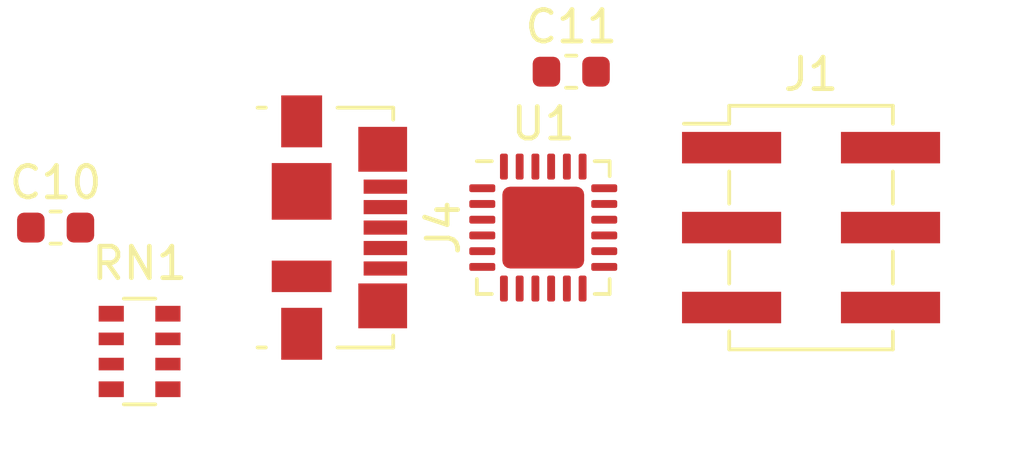
<source format=kicad_pcb>
(kicad_pcb (version 20171130) (host pcbnew 5.1.5-52549c5~84~ubuntu16.04.1)

  (general
    (thickness 1.6)
    (drawings 0)
    (tracks 0)
    (zones 0)
    (modules 6)
    (nets 24)
  )

  (page A4)
  (layers
    (0 F.Cu signal)
    (31 B.Cu signal)
    (32 B.Adhes user)
    (33 F.Adhes user)
    (34 B.Paste user)
    (35 F.Paste user)
    (36 B.SilkS user)
    (37 F.SilkS user)
    (38 B.Mask user)
    (39 F.Mask user)
    (40 Dwgs.User user)
    (41 Cmts.User user)
    (42 Eco1.User user)
    (43 Eco2.User user)
    (44 Edge.Cuts user)
    (45 Margin user)
    (46 B.CrtYd user)
    (47 F.CrtYd user)
    (48 B.Fab user)
    (49 F.Fab user)
  )

  (setup
    (last_trace_width 0.25)
    (trace_clearance 0.2)
    (zone_clearance 0.508)
    (zone_45_only no)
    (trace_min 0.2)
    (via_size 0.8)
    (via_drill 0.4)
    (via_min_size 0.4)
    (via_min_drill 0.3)
    (uvia_size 0.3)
    (uvia_drill 0.1)
    (uvias_allowed no)
    (uvia_min_size 0.2)
    (uvia_min_drill 0.1)
    (edge_width 0.1)
    (segment_width 0.2)
    (pcb_text_width 0.3)
    (pcb_text_size 1.5 1.5)
    (mod_edge_width 0.15)
    (mod_text_size 1 1)
    (mod_text_width 0.15)
    (pad_size 1.524 1.524)
    (pad_drill 0.762)
    (pad_to_mask_clearance 0)
    (aux_axis_origin 0 0)
    (visible_elements FFFFFF5F)
    (pcbplotparams
      (layerselection 0x010fc_ffffffff)
      (usegerberextensions false)
      (usegerberattributes false)
      (usegerberadvancedattributes false)
      (creategerberjobfile false)
      (excludeedgelayer true)
      (linewidth 0.010000)
      (plotframeref false)
      (viasonmask false)
      (mode 1)
      (useauxorigin false)
      (hpglpennumber 1)
      (hpglpenspeed 20)
      (hpglpendiameter 15.000000)
      (psnegative false)
      (psa4output false)
      (plotreference true)
      (plotvalue true)
      (plotinvisibletext false)
      (padsonsilk false)
      (subtractmaskfromsilk false)
      (outputformat 1)
      (mirror false)
      (drillshape 1)
      (scaleselection 1)
      (outputdirectory ""))
  )

  (net 0 "")
  (net 1 GND)
  (net 2 VBUS)
  (net 3 +3V3)
  (net 4 /RDY)
  (net 5 /~LDAC)
  (net 6 /SCL)
  (net 7 /SDA)
  (net 8 "Net-(J4-Pad4)")
  (net 9 /D+)
  (net 10 /D-)
  (net 11 "Net-(U1-Pad23)")
  (net 12 "Net-(U1-Pad22)")
  (net 13 "Net-(U1-Pad19)")
  (net 14 "Net-(U1-Pad18)")
  (net 15 "Net-(U1-Pad17)")
  (net 16 "Net-(U1-Pad16)")
  (net 17 "Net-(U1-Pad15)")
  (net 18 "Net-(U1-Pad14)")
  (net 19 "Net-(U1-Pad13)")
  (net 20 "Net-(U1-Pad12)")
  (net 21 "Net-(U1-Pad11)")
  (net 22 "Net-(U1-Pad10)")
  (net 23 "Net-(U1-Pad9)")

  (net_class Default "This is the default net class."
    (clearance 0.2)
    (trace_width 0.25)
    (via_dia 0.8)
    (via_drill 0.4)
    (uvia_dia 0.3)
    (uvia_drill 0.1)
    (add_net +3V3)
    (add_net /D+)
    (add_net /D-)
    (add_net /RDY)
    (add_net /SCL)
    (add_net /SDA)
    (add_net /~LDAC)
    (add_net GND)
    (add_net "Net-(J4-Pad4)")
    (add_net "Net-(U1-Pad10)")
    (add_net "Net-(U1-Pad11)")
    (add_net "Net-(U1-Pad12)")
    (add_net "Net-(U1-Pad13)")
    (add_net "Net-(U1-Pad14)")
    (add_net "Net-(U1-Pad15)")
    (add_net "Net-(U1-Pad16)")
    (add_net "Net-(U1-Pad17)")
    (add_net "Net-(U1-Pad18)")
    (add_net "Net-(U1-Pad19)")
    (add_net "Net-(U1-Pad22)")
    (add_net "Net-(U1-Pad23)")
    (add_net "Net-(U1-Pad9)")
    (add_net VBUS)
  )

  (module Resistor_SMD:R_Array_Convex_4x0603 (layer F.Cu) (tedit 58E0A8B2) (tstamp 5E16D1A7)
    (at 149.225 93.853)
    (descr "Chip Resistor Network, ROHM MNR14 (see mnr_g.pdf)")
    (tags "resistor array")
    (path /5E1745F0)
    (attr smd)
    (fp_text reference RN1 (at 0 -2.8) (layer F.SilkS)
      (effects (font (size 1 1) (thickness 0.15)))
    )
    (fp_text value 1k (at 0 2.8) (layer F.Fab)
      (effects (font (size 1 1) (thickness 0.15)))
    )
    (fp_line (start 1.55 1.85) (end -1.55 1.85) (layer F.CrtYd) (width 0.05))
    (fp_line (start 1.55 1.85) (end 1.55 -1.85) (layer F.CrtYd) (width 0.05))
    (fp_line (start -1.55 -1.85) (end -1.55 1.85) (layer F.CrtYd) (width 0.05))
    (fp_line (start -1.55 -1.85) (end 1.55 -1.85) (layer F.CrtYd) (width 0.05))
    (fp_line (start 0.5 -1.68) (end -0.5 -1.68) (layer F.SilkS) (width 0.12))
    (fp_line (start 0.5 1.68) (end -0.5 1.68) (layer F.SilkS) (width 0.12))
    (fp_line (start -0.8 1.6) (end -0.8 -1.6) (layer F.Fab) (width 0.1))
    (fp_line (start 0.8 1.6) (end -0.8 1.6) (layer F.Fab) (width 0.1))
    (fp_line (start 0.8 -1.6) (end 0.8 1.6) (layer F.Fab) (width 0.1))
    (fp_line (start -0.8 -1.6) (end 0.8 -1.6) (layer F.Fab) (width 0.1))
    (fp_text user %R (at 0 0 90) (layer F.Fab)
      (effects (font (size 0.5 0.5) (thickness 0.075)))
    )
    (pad 5 smd rect (at 0.9 1.2) (size 0.8 0.5) (layers F.Cu F.Paste F.Mask)
      (net 3 +3V3))
    (pad 6 smd rect (at 0.9 0.4) (size 0.8 0.4) (layers F.Cu F.Paste F.Mask)
      (net 3 +3V3))
    (pad 8 smd rect (at 0.9 -1.2) (size 0.8 0.5) (layers F.Cu F.Paste F.Mask)
      (net 3 +3V3))
    (pad 7 smd rect (at 0.9 -0.4) (size 0.8 0.4) (layers F.Cu F.Paste F.Mask)
      (net 3 +3V3))
    (pad 4 smd rect (at -0.9 1.2) (size 0.8 0.5) (layers F.Cu F.Paste F.Mask)
      (net 6 /SCL))
    (pad 2 smd rect (at -0.9 -0.4) (size 0.8 0.4) (layers F.Cu F.Paste F.Mask)
      (net 5 /~LDAC))
    (pad 3 smd rect (at -0.9 0.4) (size 0.8 0.4) (layers F.Cu F.Paste F.Mask)
      (net 7 /SDA))
    (pad 1 smd rect (at -0.9 -1.2) (size 0.8 0.5) (layers F.Cu F.Paste F.Mask)
      (net 4 /RDY))
    (model ${KISYS3DMOD}/Resistor_SMD.3dshapes/R_Array_Convex_4x0603.wrl
      (at (xyz 0 0 0))
      (scale (xyz 1 1 1))
      (rotate (xyz 0 0 0))
    )
  )

  (module Package_DFN_QFN:QFN-24-1EP_4x4mm_P0.5mm_EP2.6x2.6mm (layer F.Cu) (tedit 5C1FD453) (tstamp 5E16C9B3)
    (at 162.052 89.916)
    (descr "QFN, 24 Pin (http://ww1.microchip.com/downloads/en/PackagingSpec/00000049BQ.pdf#page=278), generated with kicad-footprint-generator ipc_dfn_qfn_generator.py")
    (tags "QFN DFN_QFN")
    (path /5E32E927)
    (attr smd)
    (fp_text reference U1 (at 0 -3.3) (layer F.SilkS)
      (effects (font (size 1 1) (thickness 0.15)))
    )
    (fp_text value CP2112 (at 0 3.3) (layer F.Fab)
      (effects (font (size 1 1) (thickness 0.15)))
    )
    (fp_text user %R (at 0 0) (layer F.Fab)
      (effects (font (size 1 1) (thickness 0.15)))
    )
    (fp_line (start 2.6 -2.6) (end -2.6 -2.6) (layer F.CrtYd) (width 0.05))
    (fp_line (start 2.6 2.6) (end 2.6 -2.6) (layer F.CrtYd) (width 0.05))
    (fp_line (start -2.6 2.6) (end 2.6 2.6) (layer F.CrtYd) (width 0.05))
    (fp_line (start -2.6 -2.6) (end -2.6 2.6) (layer F.CrtYd) (width 0.05))
    (fp_line (start -2 -1) (end -1 -2) (layer F.Fab) (width 0.1))
    (fp_line (start -2 2) (end -2 -1) (layer F.Fab) (width 0.1))
    (fp_line (start 2 2) (end -2 2) (layer F.Fab) (width 0.1))
    (fp_line (start 2 -2) (end 2 2) (layer F.Fab) (width 0.1))
    (fp_line (start -1 -2) (end 2 -2) (layer F.Fab) (width 0.1))
    (fp_line (start -1.635 -2.11) (end -2.11 -2.11) (layer F.SilkS) (width 0.12))
    (fp_line (start 2.11 2.11) (end 2.11 1.635) (layer F.SilkS) (width 0.12))
    (fp_line (start 1.635 2.11) (end 2.11 2.11) (layer F.SilkS) (width 0.12))
    (fp_line (start -2.11 2.11) (end -2.11 1.635) (layer F.SilkS) (width 0.12))
    (fp_line (start -1.635 2.11) (end -2.11 2.11) (layer F.SilkS) (width 0.12))
    (fp_line (start 2.11 -2.11) (end 2.11 -1.635) (layer F.SilkS) (width 0.12))
    (fp_line (start 1.635 -2.11) (end 2.11 -2.11) (layer F.SilkS) (width 0.12))
    (pad 24 smd roundrect (at -1.25 -1.9375) (size 0.25 0.825) (layers F.Cu F.Paste F.Mask) (roundrect_rratio 0.25)
      (net 6 /SCL))
    (pad 23 smd roundrect (at -0.75 -1.9375) (size 0.25 0.825) (layers F.Cu F.Paste F.Mask) (roundrect_rratio 0.25)
      (net 11 "Net-(U1-Pad23)"))
    (pad 22 smd roundrect (at -0.25 -1.9375) (size 0.25 0.825) (layers F.Cu F.Paste F.Mask) (roundrect_rratio 0.25)
      (net 12 "Net-(U1-Pad22)"))
    (pad 21 smd roundrect (at 0.25 -1.9375) (size 0.25 0.825) (layers F.Cu F.Paste F.Mask) (roundrect_rratio 0.25)
      (net 5 /~LDAC))
    (pad 20 smd roundrect (at 0.75 -1.9375) (size 0.25 0.825) (layers F.Cu F.Paste F.Mask) (roundrect_rratio 0.25)
      (net 4 /RDY))
    (pad 19 smd roundrect (at 1.25 -1.9375) (size 0.25 0.825) (layers F.Cu F.Paste F.Mask) (roundrect_rratio 0.25)
      (net 13 "Net-(U1-Pad19)"))
    (pad 18 smd roundrect (at 1.9375 -1.25) (size 0.825 0.25) (layers F.Cu F.Paste F.Mask) (roundrect_rratio 0.25)
      (net 14 "Net-(U1-Pad18)"))
    (pad 17 smd roundrect (at 1.9375 -0.75) (size 0.825 0.25) (layers F.Cu F.Paste F.Mask) (roundrect_rratio 0.25)
      (net 15 "Net-(U1-Pad17)"))
    (pad 16 smd roundrect (at 1.9375 -0.25) (size 0.825 0.25) (layers F.Cu F.Paste F.Mask) (roundrect_rratio 0.25)
      (net 16 "Net-(U1-Pad16)"))
    (pad 15 smd roundrect (at 1.9375 0.25) (size 0.825 0.25) (layers F.Cu F.Paste F.Mask) (roundrect_rratio 0.25)
      (net 17 "Net-(U1-Pad15)"))
    (pad 14 smd roundrect (at 1.9375 0.75) (size 0.825 0.25) (layers F.Cu F.Paste F.Mask) (roundrect_rratio 0.25)
      (net 18 "Net-(U1-Pad14)"))
    (pad 13 smd roundrect (at 1.9375 1.25) (size 0.825 0.25) (layers F.Cu F.Paste F.Mask) (roundrect_rratio 0.25)
      (net 19 "Net-(U1-Pad13)"))
    (pad 12 smd roundrect (at 1.25 1.9375) (size 0.25 0.825) (layers F.Cu F.Paste F.Mask) (roundrect_rratio 0.25)
      (net 20 "Net-(U1-Pad12)"))
    (pad 11 smd roundrect (at 0.75 1.9375) (size 0.25 0.825) (layers F.Cu F.Paste F.Mask) (roundrect_rratio 0.25)
      (net 21 "Net-(U1-Pad11)"))
    (pad 10 smd roundrect (at 0.25 1.9375) (size 0.25 0.825) (layers F.Cu F.Paste F.Mask) (roundrect_rratio 0.25)
      (net 22 "Net-(U1-Pad10)"))
    (pad 9 smd roundrect (at -0.25 1.9375) (size 0.25 0.825) (layers F.Cu F.Paste F.Mask) (roundrect_rratio 0.25)
      (net 23 "Net-(U1-Pad9)"))
    (pad 8 smd roundrect (at -0.75 1.9375) (size 0.25 0.825) (layers F.Cu F.Paste F.Mask) (roundrect_rratio 0.25)
      (net 2 VBUS))
    (pad 7 smd roundrect (at -1.25 1.9375) (size 0.25 0.825) (layers F.Cu F.Paste F.Mask) (roundrect_rratio 0.25)
      (net 2 VBUS))
    (pad 6 smd roundrect (at -1.9375 1.25) (size 0.825 0.25) (layers F.Cu F.Paste F.Mask) (roundrect_rratio 0.25)
      (net 3 +3V3))
    (pad 5 smd roundrect (at -1.9375 0.75) (size 0.825 0.25) (layers F.Cu F.Paste F.Mask) (roundrect_rratio 0.25)
      (net 3 +3V3))
    (pad 4 smd roundrect (at -1.9375 0.25) (size 0.825 0.25) (layers F.Cu F.Paste F.Mask) (roundrect_rratio 0.25)
      (net 10 /D-))
    (pad 3 smd roundrect (at -1.9375 -0.25) (size 0.825 0.25) (layers F.Cu F.Paste F.Mask) (roundrect_rratio 0.25)
      (net 9 /D+))
    (pad 2 smd roundrect (at -1.9375 -0.75) (size 0.825 0.25) (layers F.Cu F.Paste F.Mask) (roundrect_rratio 0.25)
      (net 1 GND))
    (pad 1 smd roundrect (at -1.9375 -1.25) (size 0.825 0.25) (layers F.Cu F.Paste F.Mask) (roundrect_rratio 0.25)
      (net 7 /SDA))
    (pad "" smd roundrect (at 0.65 0.65) (size 1.05 1.05) (layers F.Paste) (roundrect_rratio 0.238095))
    (pad "" smd roundrect (at 0.65 -0.65) (size 1.05 1.05) (layers F.Paste) (roundrect_rratio 0.238095))
    (pad "" smd roundrect (at -0.65 0.65) (size 1.05 1.05) (layers F.Paste) (roundrect_rratio 0.238095))
    (pad "" smd roundrect (at -0.65 -0.65) (size 1.05 1.05) (layers F.Paste) (roundrect_rratio 0.238095))
    (pad 25 smd roundrect (at 0 0) (size 2.6 2.6) (layers F.Cu F.Mask) (roundrect_rratio 0.096154)
      (net 1 GND))
    (model ${KISYS3DMOD}/Package_DFN_QFN.3dshapes/QFN-24-1EP_4x4mm_P0.5mm_EP2.6x2.6mm.wrl
      (at (xyz 0 0 0))
      (scale (xyz 1 1 1))
      (rotate (xyz 0 0 0))
    )
  )

  (module Connector_USB:USB_Micro-B_Molex_47346-0001 (layer F.Cu) (tedit 5D8620A7) (tstamp 5E16C113)
    (at 155.575 89.916 270)
    (descr "Micro USB B receptable with flange, bottom-mount, SMD, right-angle (http://www.molex.com/pdm_docs/sd/473460001_sd.pdf)")
    (tags "Micro B USB SMD")
    (path /5E33615E)
    (attr smd)
    (fp_text reference J4 (at 0 -3.3 270) (layer F.SilkS)
      (effects (font (size 1 1) (thickness 0.15)))
    )
    (fp_text value USB_B_Micro (at 0 4.6 270) (layer F.Fab)
      (effects (font (size 1 1) (thickness 0.15)))
    )
    (fp_line (start -3.25 2.65) (end 3.25 2.65) (layer F.Fab) (width 0.1))
    (fp_line (start -3.81 2.6) (end -3.81 2.34) (layer F.SilkS) (width 0.12))
    (fp_line (start -3.81 0.06) (end -3.81 -1.71) (layer F.SilkS) (width 0.12))
    (fp_line (start -3.81 -1.71) (end -3.43 -1.71) (layer F.SilkS) (width 0.12))
    (fp_line (start 3.81 -1.71) (end 3.81 0.06) (layer F.SilkS) (width 0.12))
    (fp_line (start 3.81 2.34) (end 3.81 2.6) (layer F.SilkS) (width 0.12))
    (fp_line (start -3.75 3.35) (end -3.75 -1.65) (layer F.Fab) (width 0.1))
    (fp_line (start -3.75 -1.65) (end 3.75 -1.65) (layer F.Fab) (width 0.1))
    (fp_line (start 3.75 -1.65) (end 3.75 3.35) (layer F.Fab) (width 0.1))
    (fp_line (start 3.75 3.35) (end -3.75 3.35) (layer F.Fab) (width 0.1))
    (fp_line (start -4.7 3.85) (end -4.7 -2.65) (layer F.CrtYd) (width 0.05))
    (fp_line (start -4.7 -2.65) (end 4.7 -2.65) (layer F.CrtYd) (width 0.05))
    (fp_line (start 4.7 -2.65) (end 4.7 3.85) (layer F.CrtYd) (width 0.05))
    (fp_line (start 4.7 3.85) (end -4.7 3.85) (layer F.CrtYd) (width 0.05))
    (fp_line (start 3.81 -1.71) (end 3.43 -1.71) (layer F.SilkS) (width 0.12))
    (fp_text user %R (at 0 1.2 90) (layer F.Fab)
      (effects (font (size 1 1) (thickness 0.15)))
    )
    (fp_text user "PCB Edge" (at 0 2.67 270) (layer Dwgs.User)
      (effects (font (size 0.4 0.4) (thickness 0.04)))
    )
    (pad 6 smd rect (at 1.55 1.2 270) (size 1 1.9) (layers F.Cu F.Paste F.Mask)
      (net 1 GND))
    (pad 6 smd rect (at -1.15 1.2 270) (size 1.8 1.9) (layers F.Cu F.Paste F.Mask)
      (net 1 GND))
    (pad 6 smd rect (at 3.375 1.2 270) (size 1.65 1.3) (layers F.Cu F.Paste F.Mask)
      (net 1 GND))
    (pad 6 smd rect (at -3.375 1.2 270) (size 1.65 1.3) (layers F.Cu F.Paste F.Mask)
      (net 1 GND))
    (pad 6 smd rect (at 2.4875 -1.375 270) (size 1.425 1.55) (layers F.Cu F.Paste F.Mask)
      (net 1 GND))
    (pad 6 smd rect (at -2.4875 -1.375 270) (size 1.425 1.55) (layers F.Cu F.Paste F.Mask)
      (net 1 GND))
    (pad 5 smd rect (at 1.3 -1.46 270) (size 0.45 1.38) (layers F.Cu F.Paste F.Mask)
      (net 1 GND))
    (pad 4 smd rect (at 0.65 -1.46 270) (size 0.45 1.38) (layers F.Cu F.Paste F.Mask)
      (net 8 "Net-(J4-Pad4)"))
    (pad 3 smd rect (at 0 -1.46 270) (size 0.45 1.38) (layers F.Cu F.Paste F.Mask)
      (net 9 /D+))
    (pad 2 smd rect (at -0.65 -1.46 270) (size 0.45 1.38) (layers F.Cu F.Paste F.Mask)
      (net 10 /D-))
    (pad 1 smd rect (at -1.3 -1.46 270) (size 0.45 1.38) (layers F.Cu F.Paste F.Mask)
      (net 2 VBUS))
    (model ${KISYS3DMOD}/Connector_USB.3dshapes/USB_Micro-B_Molex_47346-0001.wrl
      (at (xyz 0 0 0))
      (scale (xyz 1 1 1))
      (rotate (xyz 0 0 0))
    )
  )

  (module Connector_PinHeader_2.54mm:PinHeader_2x03_P2.54mm_Vertical_SMD (layer F.Cu) (tedit 59FED5CC) (tstamp 5E16C2FB)
    (at 170.561 89.916)
    (descr "surface-mounted straight pin header, 2x03, 2.54mm pitch, double rows")
    (tags "Surface mounted pin header SMD 2x03 2.54mm double row")
    (path /5E168970)
    (attr smd)
    (fp_text reference J1 (at 0 -4.87) (layer F.SilkS)
      (effects (font (size 1 1) (thickness 0.15)))
    )
    (fp_text value Conn_01x06_Male (at 0 4.87) (layer F.Fab)
      (effects (font (size 1 1) (thickness 0.15)))
    )
    (fp_text user %R (at 0 0 90) (layer F.Fab)
      (effects (font (size 1 1) (thickness 0.15)))
    )
    (fp_line (start 5.9 -4.35) (end -5.9 -4.35) (layer F.CrtYd) (width 0.05))
    (fp_line (start 5.9 4.35) (end 5.9 -4.35) (layer F.CrtYd) (width 0.05))
    (fp_line (start -5.9 4.35) (end 5.9 4.35) (layer F.CrtYd) (width 0.05))
    (fp_line (start -5.9 -4.35) (end -5.9 4.35) (layer F.CrtYd) (width 0.05))
    (fp_line (start 2.6 0.76) (end 2.6 1.78) (layer F.SilkS) (width 0.12))
    (fp_line (start -2.6 0.76) (end -2.6 1.78) (layer F.SilkS) (width 0.12))
    (fp_line (start 2.6 -1.78) (end 2.6 -0.76) (layer F.SilkS) (width 0.12))
    (fp_line (start -2.6 -1.78) (end -2.6 -0.76) (layer F.SilkS) (width 0.12))
    (fp_line (start 2.6 3.3) (end 2.6 3.87) (layer F.SilkS) (width 0.12))
    (fp_line (start -2.6 3.3) (end -2.6 3.87) (layer F.SilkS) (width 0.12))
    (fp_line (start 2.6 -3.87) (end 2.6 -3.3) (layer F.SilkS) (width 0.12))
    (fp_line (start -2.6 -3.87) (end -2.6 -3.3) (layer F.SilkS) (width 0.12))
    (fp_line (start -4.04 -3.3) (end -2.6 -3.3) (layer F.SilkS) (width 0.12))
    (fp_line (start -2.6 3.87) (end 2.6 3.87) (layer F.SilkS) (width 0.12))
    (fp_line (start -2.6 -3.87) (end 2.6 -3.87) (layer F.SilkS) (width 0.12))
    (fp_line (start 3.6 2.86) (end 2.54 2.86) (layer F.Fab) (width 0.1))
    (fp_line (start 3.6 2.22) (end 3.6 2.86) (layer F.Fab) (width 0.1))
    (fp_line (start 2.54 2.22) (end 3.6 2.22) (layer F.Fab) (width 0.1))
    (fp_line (start -3.6 2.86) (end -2.54 2.86) (layer F.Fab) (width 0.1))
    (fp_line (start -3.6 2.22) (end -3.6 2.86) (layer F.Fab) (width 0.1))
    (fp_line (start -2.54 2.22) (end -3.6 2.22) (layer F.Fab) (width 0.1))
    (fp_line (start 3.6 0.32) (end 2.54 0.32) (layer F.Fab) (width 0.1))
    (fp_line (start 3.6 -0.32) (end 3.6 0.32) (layer F.Fab) (width 0.1))
    (fp_line (start 2.54 -0.32) (end 3.6 -0.32) (layer F.Fab) (width 0.1))
    (fp_line (start -3.6 0.32) (end -2.54 0.32) (layer F.Fab) (width 0.1))
    (fp_line (start -3.6 -0.32) (end -3.6 0.32) (layer F.Fab) (width 0.1))
    (fp_line (start -2.54 -0.32) (end -3.6 -0.32) (layer F.Fab) (width 0.1))
    (fp_line (start 3.6 -2.22) (end 2.54 -2.22) (layer F.Fab) (width 0.1))
    (fp_line (start 3.6 -2.86) (end 3.6 -2.22) (layer F.Fab) (width 0.1))
    (fp_line (start 2.54 -2.86) (end 3.6 -2.86) (layer F.Fab) (width 0.1))
    (fp_line (start -3.6 -2.22) (end -2.54 -2.22) (layer F.Fab) (width 0.1))
    (fp_line (start -3.6 -2.86) (end -3.6 -2.22) (layer F.Fab) (width 0.1))
    (fp_line (start -2.54 -2.86) (end -3.6 -2.86) (layer F.Fab) (width 0.1))
    (fp_line (start 2.54 -3.81) (end 2.54 3.81) (layer F.Fab) (width 0.1))
    (fp_line (start -2.54 -2.86) (end -1.59 -3.81) (layer F.Fab) (width 0.1))
    (fp_line (start -2.54 3.81) (end -2.54 -2.86) (layer F.Fab) (width 0.1))
    (fp_line (start -1.59 -3.81) (end 2.54 -3.81) (layer F.Fab) (width 0.1))
    (fp_line (start 2.54 3.81) (end -2.54 3.81) (layer F.Fab) (width 0.1))
    (pad 6 smd rect (at 2.525 2.54) (size 3.15 1) (layers F.Cu F.Paste F.Mask)
      (net 4 /RDY))
    (pad 5 smd rect (at -2.525 2.54) (size 3.15 1) (layers F.Cu F.Paste F.Mask)
      (net 5 /~LDAC))
    (pad 4 smd rect (at 2.525 0) (size 3.15 1) (layers F.Cu F.Paste F.Mask)
      (net 6 /SCL))
    (pad 3 smd rect (at -2.525 0) (size 3.15 1) (layers F.Cu F.Paste F.Mask)
      (net 7 /SDA))
    (pad 2 smd rect (at 2.525 -2.54) (size 3.15 1) (layers F.Cu F.Paste F.Mask)
      (net 2 VBUS))
    (pad 1 smd rect (at -2.525 -2.54) (size 3.15 1) (layers F.Cu F.Paste F.Mask)
      (net 1 GND))
    (model ${KISYS3DMOD}/Connector_PinHeader_2.54mm.3dshapes/PinHeader_2x03_P2.54mm_Vertical_SMD.wrl
      (at (xyz 0 0 0))
      (scale (xyz 1 1 1))
      (rotate (xyz 0 0 0))
    )
  )

  (module Capacitor_SMD:C_0603_1608Metric (layer F.Cu) (tedit 5B301BBE) (tstamp 5E16C0C2)
    (at 162.941 84.963)
    (descr "Capacitor SMD 0603 (1608 Metric), square (rectangular) end terminal, IPC_7351 nominal, (Body size source: http://www.tortai-tech.com/upload/download/2011102023233369053.pdf), generated with kicad-footprint-generator")
    (tags capacitor)
    (path /5E3471A6)
    (attr smd)
    (fp_text reference C11 (at 0 -1.43) (layer F.SilkS)
      (effects (font (size 1 1) (thickness 0.15)))
    )
    (fp_text value 4.7u (at 0 1.43) (layer F.Fab)
      (effects (font (size 1 1) (thickness 0.15)))
    )
    (fp_text user %R (at 0 0) (layer F.Fab)
      (effects (font (size 0.4 0.4) (thickness 0.06)))
    )
    (fp_line (start 1.48 0.73) (end -1.48 0.73) (layer F.CrtYd) (width 0.05))
    (fp_line (start 1.48 -0.73) (end 1.48 0.73) (layer F.CrtYd) (width 0.05))
    (fp_line (start -1.48 -0.73) (end 1.48 -0.73) (layer F.CrtYd) (width 0.05))
    (fp_line (start -1.48 0.73) (end -1.48 -0.73) (layer F.CrtYd) (width 0.05))
    (fp_line (start -0.162779 0.51) (end 0.162779 0.51) (layer F.SilkS) (width 0.12))
    (fp_line (start -0.162779 -0.51) (end 0.162779 -0.51) (layer F.SilkS) (width 0.12))
    (fp_line (start 0.8 0.4) (end -0.8 0.4) (layer F.Fab) (width 0.1))
    (fp_line (start 0.8 -0.4) (end 0.8 0.4) (layer F.Fab) (width 0.1))
    (fp_line (start -0.8 -0.4) (end 0.8 -0.4) (layer F.Fab) (width 0.1))
    (fp_line (start -0.8 0.4) (end -0.8 -0.4) (layer F.Fab) (width 0.1))
    (pad 2 smd roundrect (at 0.7875 0) (size 0.875 0.95) (layers F.Cu F.Paste F.Mask) (roundrect_rratio 0.25)
      (net 1 GND))
    (pad 1 smd roundrect (at -0.7875 0) (size 0.875 0.95) (layers F.Cu F.Paste F.Mask) (roundrect_rratio 0.25)
      (net 3 +3V3))
    (model ${KISYS3DMOD}/Capacitor_SMD.3dshapes/C_0603_1608Metric.wrl
      (at (xyz 0 0 0))
      (scale (xyz 1 1 1))
      (rotate (xyz 0 0 0))
    )
  )

  (module Capacitor_SMD:C_0603_1608Metric (layer F.Cu) (tedit 5B301BBE) (tstamp 5E16C0B1)
    (at 146.558 89.916)
    (descr "Capacitor SMD 0603 (1608 Metric), square (rectangular) end terminal, IPC_7351 nominal, (Body size source: http://www.tortai-tech.com/upload/download/2011102023233369053.pdf), generated with kicad-footprint-generator")
    (tags capacitor)
    (path /5E344A9A)
    (attr smd)
    (fp_text reference C10 (at 0 -1.43) (layer F.SilkS)
      (effects (font (size 1 1) (thickness 0.15)))
    )
    (fp_text value 4.7u (at 0 1.43) (layer F.Fab)
      (effects (font (size 1 1) (thickness 0.15)))
    )
    (fp_text user %R (at 0 0) (layer F.Fab)
      (effects (font (size 0.4 0.4) (thickness 0.06)))
    )
    (fp_line (start 1.48 0.73) (end -1.48 0.73) (layer F.CrtYd) (width 0.05))
    (fp_line (start 1.48 -0.73) (end 1.48 0.73) (layer F.CrtYd) (width 0.05))
    (fp_line (start -1.48 -0.73) (end 1.48 -0.73) (layer F.CrtYd) (width 0.05))
    (fp_line (start -1.48 0.73) (end -1.48 -0.73) (layer F.CrtYd) (width 0.05))
    (fp_line (start -0.162779 0.51) (end 0.162779 0.51) (layer F.SilkS) (width 0.12))
    (fp_line (start -0.162779 -0.51) (end 0.162779 -0.51) (layer F.SilkS) (width 0.12))
    (fp_line (start 0.8 0.4) (end -0.8 0.4) (layer F.Fab) (width 0.1))
    (fp_line (start 0.8 -0.4) (end 0.8 0.4) (layer F.Fab) (width 0.1))
    (fp_line (start -0.8 -0.4) (end 0.8 -0.4) (layer F.Fab) (width 0.1))
    (fp_line (start -0.8 0.4) (end -0.8 -0.4) (layer F.Fab) (width 0.1))
    (pad 2 smd roundrect (at 0.7875 0) (size 0.875 0.95) (layers F.Cu F.Paste F.Mask) (roundrect_rratio 0.25)
      (net 1 GND))
    (pad 1 smd roundrect (at -0.7875 0) (size 0.875 0.95) (layers F.Cu F.Paste F.Mask) (roundrect_rratio 0.25)
      (net 2 VBUS))
    (model ${KISYS3DMOD}/Capacitor_SMD.3dshapes/C_0603_1608Metric.wrl
      (at (xyz 0 0 0))
      (scale (xyz 1 1 1))
      (rotate (xyz 0 0 0))
    )
  )

)

</source>
